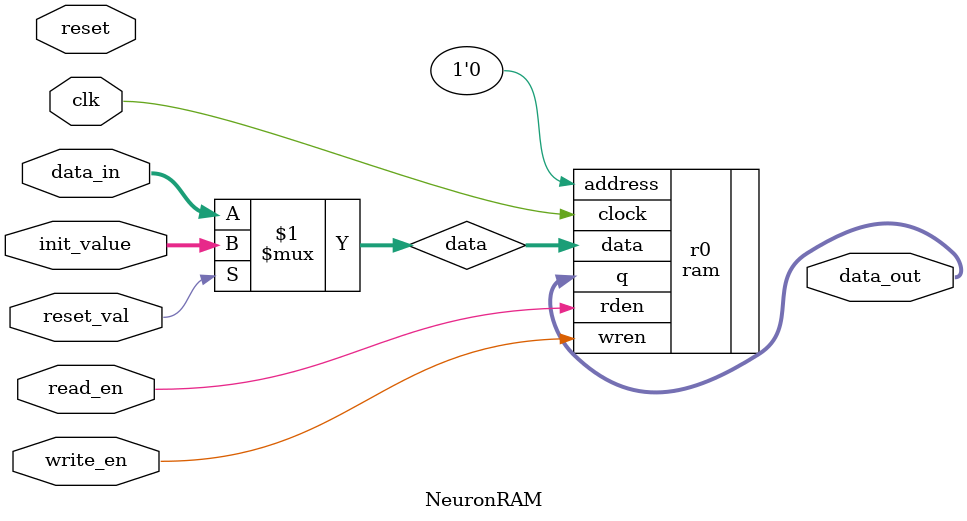
<source format=sv>
module NeuronRAM (input logic clk, reset, reset_val, read_en, write_en,
					   input logic [31:0] init_value,
					   input logic [31:0] data_in,
					  output logic [31:0] data_out);

logic [31:0] data;

assign data = (reset_val) ? init_value : data_in;
	
ram r0(
	    .address(1'b0),
	    .clock(clk),
	    .data(data),
	    .rden(read_en),
	    .wren(write_en),
	    .q(data_out)
		);
		
endmodule 
</source>
